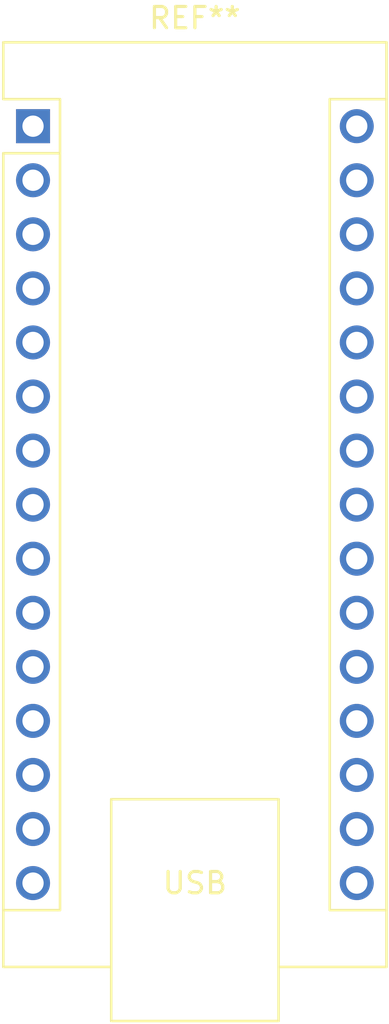
<source format=kicad_pcb>
(kicad_pcb (version 20241229) (generator "pcbnew") (generator_version "9.0")
  (layers (0 "F.Cu" signal) (2 "B.Cu" signal) (13 "F.Paste" user) (15 "B.Paste" user) (5 "F.SilkS" user "F.Silkscreen") (7 "B.SilkS" user "B.Silkscreen") (1 "F.Mask" user) (3 "B.Mask" user) (25 "Edge.Cuts" user))
  (net 0 "")
  (footprint "Module:Arduino_Nano" (layer "F.Cu") (at 156.26 88.3)
    (property "Reference" "REF**" (at 7.62 -5.08 0) (layer "F.SilkS"))
    (property "Value" "Arduino_Nano")
    (fp_line (start -1.4 -3.94) (end -1.4 -1.27) (stroke (width 0.12)) (layer "F.SilkS"))
    (fp_line (start -1.4 1.27) (end -1.4 39.5) (stroke (width 0.12)) (layer "F.SilkS"))
    (fp_line (start -1.4 39.5) (end 3.68 39.5) (stroke (width 0.12)) (layer "F.SilkS"))
    (fp_line (start 1.27 -1.27) (end -1.4 -1.27) (stroke (width 0.12)) (layer "F.SilkS"))
    (fp_line (start 1.27 1.27) (end -1.4 1.27) (stroke (width 0.12)) (layer "F.SilkS"))
    (fp_line (start 1.27 1.27) (end 1.27 -1.27) (stroke (width 0.12)) (layer "F.SilkS"))
    (fp_line (start 1.27 1.27) (end 1.27 36.83) (stroke (width 0.12)) (layer "F.SilkS"))
    (fp_line (start 1.27 36.83) (end -1.4 36.83) (stroke (width 0.12)) (layer "F.SilkS"))
    (fp_line (start 3.68 31.62) (end 11.56 31.62) (stroke (width 0.12)) (layer "F.SilkS"))
    (fp_line (start 3.68 42.04) (end 3.68 31.62) (stroke (width 0.12)) (layer "F.SilkS"))
    (fp_line (start 11.56 31.62) (end 11.56 42.04) (stroke (width 0.12)) (layer "F.SilkS"))
    (fp_line (start 11.56 42.04) (end 3.68 42.04) (stroke (width 0.12)) (layer "F.SilkS"))
    (fp_line (start 13.97 -1.27) (end 13.97 36.83) (stroke (width 0.12)) (layer "F.SilkS"))
    (fp_line (start 13.97 -1.27) (end 16.64 -1.27) (stroke (width 0.12)) (layer "F.SilkS"))
    (fp_line (start 13.97 36.83) (end 16.64 36.83) (stroke (width 0.12)) (layer "F.SilkS"))
    (fp_line (start 16.64 -3.94) (end -1.4 -3.94) (stroke (width 0.12)) (layer "F.SilkS"))
    (fp_line (start 16.64 39.5) (end 11.56 39.5) (stroke (width 0.12)) (layer "F.SilkS"))
    (fp_line (start 16.64 39.5) (end 16.64 -3.94) (stroke (width 0.12)) (layer "F.SilkS"))
    (fp_text user "USB" (at 7.62 35.56 0) (layer "F.SilkS"))
    (pad "1" thru_hole rect (at 0 0) (size 1.6 1.6) (drill 1) (layers "*.Cu" "*.Mask"))
    (pad "2" thru_hole oval (at 0 2.54) (size 1.6 1.6) (drill 1) (layers "*.Cu" "*.Mask"))
    (pad "3" thru_hole oval (at 0 5.08) (size 1.6 1.6) (drill 1) (layers "*.Cu" "*.Mask"))
    (pad "4" thru_hole oval (at 0 7.62) (size 1.6 1.6) (drill 1) (layers "*.Cu" "*.Mask"))
    (pad "5" thru_hole oval (at 0 10.16) (size 1.6 1.6) (drill 1) (layers "*.Cu" "*.Mask"))
    (pad "6" thru_hole oval (at 0 12.7) (size 1.6 1.6) (drill 1) (layers "*.Cu" "*.Mask"))
    (pad "7" thru_hole oval (at 0 15.24) (size 1.6 1.6) (drill 1) (layers "*.Cu" "*.Mask"))
    (pad "8" thru_hole oval (at 0 17.78) (size 1.6 1.6) (drill 1) (layers "*.Cu" "*.Mask"))
    (pad "9" thru_hole oval (at 0 20.32) (size 1.6 1.6) (drill 1) (layers "*.Cu" "*.Mask"))
    (pad "10" thru_hole oval (at 0 22.86) (size 1.6 1.6) (drill 1) (layers "*.Cu" "*.Mask"))
    (pad "11" thru_hole oval (at 0 25.4) (size 1.6 1.6) (drill 1) (layers "*.Cu" "*.Mask"))
    (pad "12" thru_hole oval (at 0 27.94) (size 1.6 1.6) (drill 1) (layers "*.Cu" "*.Mask"))
    (pad "13" thru_hole oval (at 0 30.48) (size 1.6 1.6) (drill 1) (layers "*.Cu" "*.Mask"))
    (pad "14" thru_hole oval (at 0 33.02) (size 1.6 1.6) (drill 1) (layers "*.Cu" "*.Mask"))
    (pad "15" thru_hole oval (at 0 35.56) (size 1.6 1.6) (drill 1) (layers "*.Cu" "*.Mask"))
    (pad "16" thru_hole oval (at 15.24 35.56) (size 1.6 1.6) (drill 1) (layers "*.Cu" "*.Mask"))
    (pad "17" thru_hole oval (at 15.24 33.02) (size 1.6 1.6) (drill 1) (layers "*.Cu" "*.Mask"))
    (pad "18" thru_hole oval (at 15.24 30.48) (size 1.6 1.6) (drill 1) (layers "*.Cu" "*.Mask"))
    (pad "19" thru_hole oval (at 15.24 27.94) (size 1.6 1.6) (drill 1) (layers "*.Cu" "*.Mask"))
    (pad "20" thru_hole oval (at 15.24 25.4) (size 1.6 1.6) (drill 1) (layers "*.Cu" "*.Mask"))
    (pad "21" thru_hole oval (at 15.24 22.86) (size 1.6 1.6) (drill 1) (layers "*.Cu" "*.Mask"))
    (pad "22" thru_hole oval (at 15.24 20.32) (size 1.6 1.6) (drill 1) (layers "*.Cu" "*.Mask"))
    (pad "23" thru_hole oval (at 15.24 17.78) (size 1.6 1.6) (drill 1) (layers "*.Cu" "*.Mask"))
    (pad "24" thru_hole oval (at 15.24 15.24) (size 1.6 1.6) (drill 1) (layers "*.Cu" "*.Mask"))
    (pad "25" thru_hole oval (at 15.24 12.7) (size 1.6 1.6) (drill 1) (layers "*.Cu" "*.Mask"))
    (pad "26" thru_hole oval (at 15.24 10.16) (size 1.6 1.6) (drill 1) (layers "*.Cu" "*.Mask"))
    (pad "27" thru_hole oval (at 15.24 7.62) (size 1.6 1.6) (drill 1) (layers "*.Cu" "*.Mask"))
    (pad "28" thru_hole oval (at 15.24 5.08) (size 1.6 1.6) (drill 1) (layers "*.Cu" "*.Mask"))
    (pad "29" thru_hole oval (at 15.24 2.54) (size 1.6 1.6) (drill 1) (layers "*.Cu" "*.Mask"))
    (pad "30" thru_hole oval (at 15.24 0) (size 1.6 1.6) (drill 1) (layers "*.Cu" "*.Mask"))
  )
)
</source>
